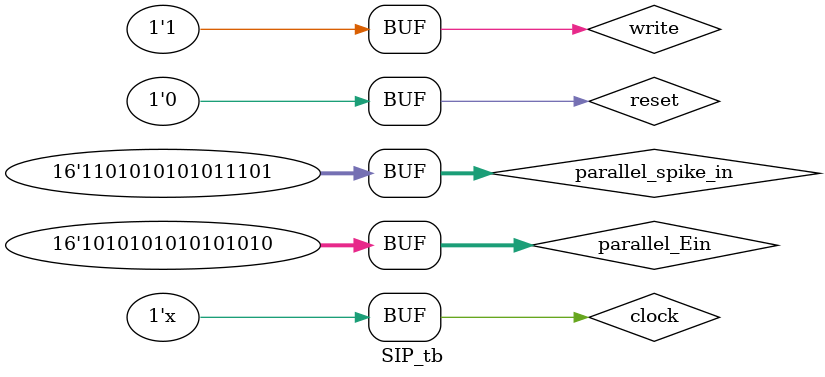
<source format=sv>
`timescale 1ns / 1ps


//module SIP_tb;


//reg clock;  

//reg reset;  

////reg [15:0]Er; //For selecting inhibitory or exhibitory presynaptic neuron

////input [15:0]Sin; //For incoming spikes from presynapses (Either internal or external)

////reg  [3:0] weight;

////output reg [15:0] EP, EN, IP, IN;

//reg [3:0] parallel_in_weight[0:15];

//reg [15:0] parallel_spike_in;

//reg [15:0] parallel_Ein;

//wire  flush_weight;

//wire  flush_Ein;

//wire  flush_spike;




    
//endmodule




module SIP_tb;  

  reg clock;  
  reg reset;
  reg write;  
  reg [3:0] parallel_in_weight[0:15];
  reg [15:0] parallel_spike_in;
  reg [15:0] parallel_Ein;
  
  wire flush_weight;
//  wire flush_Ein;
//  wire flush_spike;
  
  wire spike;
//  reg load;
  
//  wire [3:0] select;
//  wire toggle;
//  wire [3:0] weight_new2;

Synaptic_Input_Processor SIP_LIF (clock,reset,write,parallel_spike_in,parallel_Ein,flush_weight,spike);

  initial begin
    clock = 0;
    reset = 1;
//    load=1;
    
    #5 reset = 0; // De-assert reset after 5 time units
//    load=0;
    write=1;
    
    #10;
    
    
    // Sending initial data to parallel_in_weight, parallel_spike_in, and parallel_Ein arrays
//    for (int i = 0; i < 16; i=i+1) begin
//      parallel_in_weight[i] = i; // Sending values 0 to 15 in parallel_in_weight array
//    end
    parallel_spike_in = 16'b1010101010101010; // Sending binary pattern 1010101010101010 to parallel_spike_in
    parallel_Ein = 16'hFFFF; // Sending all 1's to parallel_Ein
end
   
   
   always 
   begin    
//    if (flush_weight==1)
//    begin
    // Sending new data after flush signals are asserted
//    for (int i = 0; i < 16; i=i+1) begin
//      parallel_in_weight[i] = i*2; // Sending values 0 to 30 in parallel_in_weight array
//    end
    
//    end
    
//    if(flush_spike==1)
    begin
    parallel_spike_in = 16'b1101010101011101; // Sending binary pattern 0101010101010101 to parallel_spike_in
    end
    
//    if(flush_Ein==1)
    begin
    parallel_Ein = 16'hAAAA; // Sending alternating pattern 1010101010101010 to parallel_Ein
    end
    #10;

    #10;
 //   $finish; // End simulation
  end

  always #5 clock = ~clock; // Clock with 5 time units period

  // Rest of the SIP_tb code

endmodule

</source>
